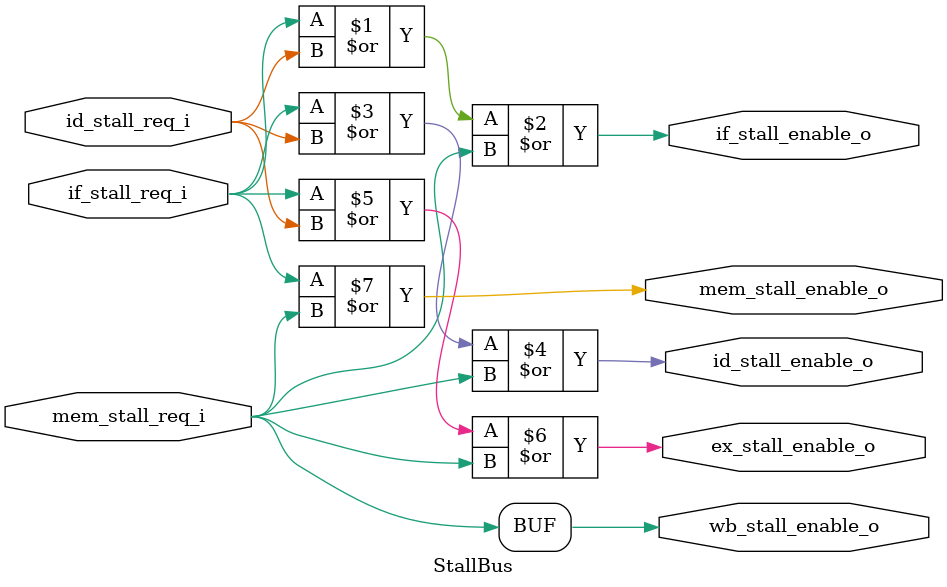
<source format=v>
module StallBus(
    input wire if_stall_req_i,
    input wire id_stall_req_i,
    input wire mem_stall_req_i,

    output wire if_stall_enable_o,
    output wire id_stall_enable_o,
    output wire ex_stall_enable_o,
    output wire mem_stall_enable_o,
    output wire wb_stall_enable_o
);
    // stall all the stages BEFORE a stall requests.
    assign if_stall_enable_o = if_stall_req_i | id_stall_req_i | mem_stall_req_i;
    assign id_stall_enable_o = if_stall_req_i | id_stall_req_i | mem_stall_req_i;
    assign ex_stall_enable_o = if_stall_req_i | id_stall_req_i | mem_stall_req_i;
    assign mem_stall_enable_o = if_stall_req_i | mem_stall_req_i;
    assign wb_stall_enable_o = mem_stall_req_i;
endmodule

</source>
